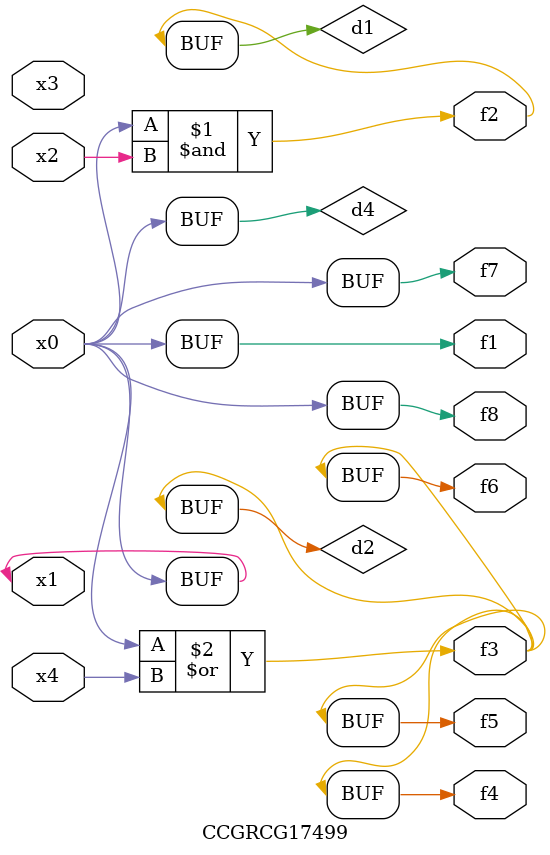
<source format=v>
module CCGRCG17499(
	input x0, x1, x2, x3, x4,
	output f1, f2, f3, f4, f5, f6, f7, f8
);

	wire d1, d2, d3, d4;

	and (d1, x0, x2);
	or (d2, x0, x4);
	nand (d3, x0, x2);
	buf (d4, x0, x1);
	assign f1 = d4;
	assign f2 = d1;
	assign f3 = d2;
	assign f4 = d2;
	assign f5 = d2;
	assign f6 = d2;
	assign f7 = d4;
	assign f8 = d4;
endmodule

</source>
